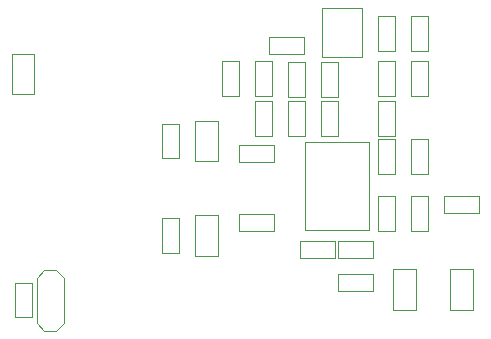
<source format=gbr>
G04 #@! TF.GenerationSoftware,KiCad,Pcbnew,8.0.4*
G04 #@! TF.CreationDate,2024-08-01T22:41:18+02:00*
G04 #@! TF.ProjectId,Headless TEF Audio board,48656164-6c65-4737-9320-544546204175,1*
G04 #@! TF.SameCoordinates,Original*
G04 #@! TF.FileFunction,Other,User*
%FSLAX46Y46*%
G04 Gerber Fmt 4.6, Leading zero omitted, Abs format (unit mm)*
G04 Created by KiCad (PCBNEW 8.0.4) date 2024-08-01 22:41:18*
%MOMM*%
%LPD*%
G01*
G04 APERTURE LIST*
%ADD10C,0.050000*%
G04 APERTURE END LIST*
D10*
G04 #@! TO.C,C5*
X168582000Y-92769000D02*
X170042000Y-92769000D01*
X168582000Y-95729000D02*
X168582000Y-92769000D01*
X170042000Y-92769000D02*
X170042000Y-95729000D01*
X170042000Y-95729000D02*
X168582000Y-95729000D01*
G04 #@! TO.C,C13*
X168582000Y-82355000D02*
X170042000Y-82355000D01*
X168582000Y-85315000D02*
X168582000Y-82355000D01*
X170042000Y-82355000D02*
X170042000Y-85315000D01*
X170042000Y-85315000D02*
X168582000Y-85315000D01*
G04 #@! TO.C,C10*
X158168000Y-89517000D02*
X159628000Y-89517000D01*
X158168000Y-92477000D02*
X158168000Y-89517000D01*
X159628000Y-89517000D02*
X159628000Y-92477000D01*
X159628000Y-92477000D02*
X158168000Y-92477000D01*
G04 #@! TO.C,C14*
X171376000Y-82329000D02*
X172836000Y-82329000D01*
X171376000Y-85289000D02*
X171376000Y-82329000D01*
X172836000Y-82329000D02*
X172836000Y-85289000D01*
X172836000Y-85289000D02*
X171376000Y-85289000D01*
G04 #@! TO.C,U2*
X163868000Y-81650500D02*
X163868000Y-85750500D01*
X163868000Y-85750500D02*
X167268000Y-85750500D01*
X167268000Y-81650500D02*
X163868000Y-81650500D01*
X167268000Y-85750500D02*
X167268000Y-81650500D01*
G04 #@! TO.C,C6*
X160962000Y-86215000D02*
X162422000Y-86215000D01*
X160962000Y-89175000D02*
X160962000Y-86215000D01*
X162422000Y-86215000D02*
X162422000Y-89175000D01*
X162422000Y-89175000D02*
X160962000Y-89175000D01*
G04 #@! TO.C,JP1*
X139714000Y-104508000D02*
X139714000Y-108308000D01*
X139714000Y-108308000D02*
X140364000Y-108958000D01*
X140364000Y-103858000D02*
X139714000Y-104508000D01*
X140364000Y-108958000D02*
X141364000Y-108958000D01*
X141364000Y-103858000D02*
X140364000Y-103858000D01*
X141364000Y-108958000D02*
X142014000Y-108308000D01*
X142014000Y-104508000D02*
X141364000Y-103858000D01*
X142014000Y-108308000D02*
X142014000Y-104508000D01*
G04 #@! TO.C,R5*
X168582000Y-89517000D02*
X170042000Y-89517000D01*
X168582000Y-92477000D02*
X168582000Y-89517000D01*
X170042000Y-89517000D02*
X170042000Y-92477000D01*
X170042000Y-92477000D02*
X168582000Y-92477000D01*
G04 #@! TO.C,FB1*
X159424500Y-84108000D02*
X162384500Y-84108000D01*
X159424500Y-85568000D02*
X159424500Y-84108000D01*
X162384500Y-84108000D02*
X162384500Y-85568000D01*
X162384500Y-85568000D02*
X159424500Y-85568000D01*
G04 #@! TO.C,R4*
X171376000Y-97595000D02*
X172836000Y-97595000D01*
X171376000Y-100555000D02*
X171376000Y-97595000D01*
X172836000Y-97595000D02*
X172836000Y-100555000D01*
X172836000Y-100555000D02*
X171376000Y-100555000D01*
G04 #@! TO.C,R3*
X171376000Y-92769000D02*
X172836000Y-92769000D01*
X171376000Y-95729000D02*
X171376000Y-92769000D01*
X172836000Y-92769000D02*
X172836000Y-95729000D01*
X172836000Y-95729000D02*
X171376000Y-95729000D01*
G04 #@! TO.C,R6*
X174245000Y-97570000D02*
X177205000Y-97570000D01*
X174245000Y-99030000D02*
X174245000Y-97570000D01*
X177205000Y-97570000D02*
X177205000Y-99030000D01*
X177205000Y-99030000D02*
X174245000Y-99030000D01*
G04 #@! TO.C,C3*
X174682000Y-103778000D02*
X176642000Y-103778000D01*
X174682000Y-107178000D02*
X174682000Y-103778000D01*
X176642000Y-103778000D02*
X176642000Y-107178000D01*
X176642000Y-107178000D02*
X174682000Y-107178000D01*
G04 #@! TO.C,R1*
X155374000Y-86152000D02*
X156834000Y-86152000D01*
X155374000Y-89112000D02*
X155374000Y-86152000D01*
X156834000Y-86152000D02*
X156834000Y-89112000D01*
X156834000Y-89112000D02*
X155374000Y-89112000D01*
G04 #@! TO.C,U1*
X162421000Y-93011000D02*
X162421000Y-100411000D01*
X162421000Y-100411000D02*
X167821000Y-100411000D01*
X167821000Y-93011000D02*
X162421000Y-93011000D01*
X167821000Y-100411000D02*
X167821000Y-93011000D01*
G04 #@! TO.C,C1*
X171376000Y-86139000D02*
X172836000Y-86139000D01*
X171376000Y-89099000D02*
X171376000Y-86139000D01*
X172836000Y-86139000D02*
X172836000Y-89099000D01*
X172836000Y-89099000D02*
X171376000Y-89099000D01*
G04 #@! TO.C,F1*
X137628000Y-85522500D02*
X139528000Y-85522500D01*
X137628000Y-88882500D02*
X137628000Y-85522500D01*
X139528000Y-85522500D02*
X139528000Y-88882500D01*
X139528000Y-88882500D02*
X137628000Y-88882500D01*
G04 #@! TO.C,R13*
X150294000Y-91423000D02*
X151754000Y-91423000D01*
X150294000Y-94383000D02*
X150294000Y-91423000D01*
X151754000Y-91423000D02*
X151754000Y-94383000D01*
X151754000Y-94383000D02*
X150294000Y-94383000D01*
G04 #@! TO.C,R11*
X156847000Y-93252000D02*
X159807000Y-93252000D01*
X156847000Y-94712000D02*
X156847000Y-93252000D01*
X159807000Y-93252000D02*
X159807000Y-94712000D01*
X159807000Y-94712000D02*
X156847000Y-94712000D01*
G04 #@! TO.C,C7*
X168582000Y-97595000D02*
X170042000Y-97595000D01*
X168582000Y-100555000D02*
X168582000Y-97595000D01*
X170042000Y-97595000D02*
X170042000Y-100555000D01*
X170042000Y-100555000D02*
X168582000Y-100555000D01*
G04 #@! TO.C,R12*
X156847000Y-99094000D02*
X159807000Y-99094000D01*
X156847000Y-100554000D02*
X156847000Y-99094000D01*
X159807000Y-99094000D02*
X159807000Y-100554000D01*
X159807000Y-100554000D02*
X156847000Y-100554000D01*
G04 #@! TO.C,R2*
X158168000Y-86152000D02*
X159628000Y-86152000D01*
X158168000Y-89112000D02*
X158168000Y-86152000D01*
X159628000Y-86152000D02*
X159628000Y-89112000D01*
X159628000Y-89112000D02*
X158168000Y-89112000D01*
G04 #@! TO.C,C9*
X160962000Y-89517000D02*
X162422000Y-89517000D01*
X160962000Y-92477000D02*
X160962000Y-89517000D01*
X162422000Y-89517000D02*
X162422000Y-92477000D01*
X162422000Y-92477000D02*
X160962000Y-92477000D01*
G04 #@! TO.C,R9*
X163756000Y-89517000D02*
X165216000Y-89517000D01*
X163756000Y-92477000D02*
X163756000Y-89517000D01*
X165216000Y-89517000D02*
X165216000Y-92477000D01*
X165216000Y-92477000D02*
X163756000Y-92477000D01*
G04 #@! TO.C,R15*
X137848000Y-104885000D02*
X139308000Y-104885000D01*
X137848000Y-107845000D02*
X137848000Y-104885000D01*
X139308000Y-104885000D02*
X139308000Y-107845000D01*
X139308000Y-107845000D02*
X137848000Y-107845000D01*
G04 #@! TO.C,C12*
X153092000Y-99203000D02*
X155052000Y-99203000D01*
X153092000Y-102603000D02*
X153092000Y-99203000D01*
X155052000Y-99203000D02*
X155052000Y-102603000D01*
X155052000Y-102603000D02*
X153092000Y-102603000D01*
G04 #@! TO.C,C8*
X165229000Y-104174000D02*
X168189000Y-104174000D01*
X165229000Y-105634000D02*
X165229000Y-104174000D01*
X168189000Y-104174000D02*
X168189000Y-105634000D01*
X168189000Y-105634000D02*
X165229000Y-105634000D01*
G04 #@! TO.C,R14*
X150294000Y-99423000D02*
X151754000Y-99423000D01*
X150294000Y-102383000D02*
X150294000Y-99423000D01*
X151754000Y-99423000D02*
X151754000Y-102383000D01*
X151754000Y-102383000D02*
X150294000Y-102383000D01*
G04 #@! TO.C,C11*
X153092000Y-91203000D02*
X155052000Y-91203000D01*
X153092000Y-94603000D02*
X153092000Y-91203000D01*
X155052000Y-91203000D02*
X155052000Y-94603000D01*
X155052000Y-94603000D02*
X153092000Y-94603000D01*
G04 #@! TO.C,R10*
X161990000Y-101380000D02*
X164950000Y-101380000D01*
X161990000Y-102840000D02*
X161990000Y-101380000D01*
X164950000Y-101380000D02*
X164950000Y-102840000D01*
X164950000Y-102840000D02*
X161990000Y-102840000D01*
G04 #@! TO.C,R7*
X163756000Y-86215000D02*
X165216000Y-86215000D01*
X163756000Y-89175000D02*
X163756000Y-86215000D01*
X165216000Y-86215000D02*
X165216000Y-89175000D01*
X165216000Y-89175000D02*
X163756000Y-89175000D01*
G04 #@! TO.C,C2*
X168582000Y-86165000D02*
X170042000Y-86165000D01*
X168582000Y-89125000D02*
X168582000Y-86165000D01*
X170042000Y-86165000D02*
X170042000Y-89125000D01*
X170042000Y-89125000D02*
X168582000Y-89125000D01*
G04 #@! TO.C,C4*
X169856000Y-103778000D02*
X171816000Y-103778000D01*
X169856000Y-107178000D02*
X169856000Y-103778000D01*
X171816000Y-103778000D02*
X171816000Y-107178000D01*
X171816000Y-107178000D02*
X169856000Y-107178000D01*
G04 #@! TO.C,R8*
X165229000Y-101380000D02*
X168189000Y-101380000D01*
X165229000Y-102840000D02*
X165229000Y-101380000D01*
X168189000Y-101380000D02*
X168189000Y-102840000D01*
X168189000Y-102840000D02*
X165229000Y-102840000D01*
G04 #@! TD*
M02*

</source>
